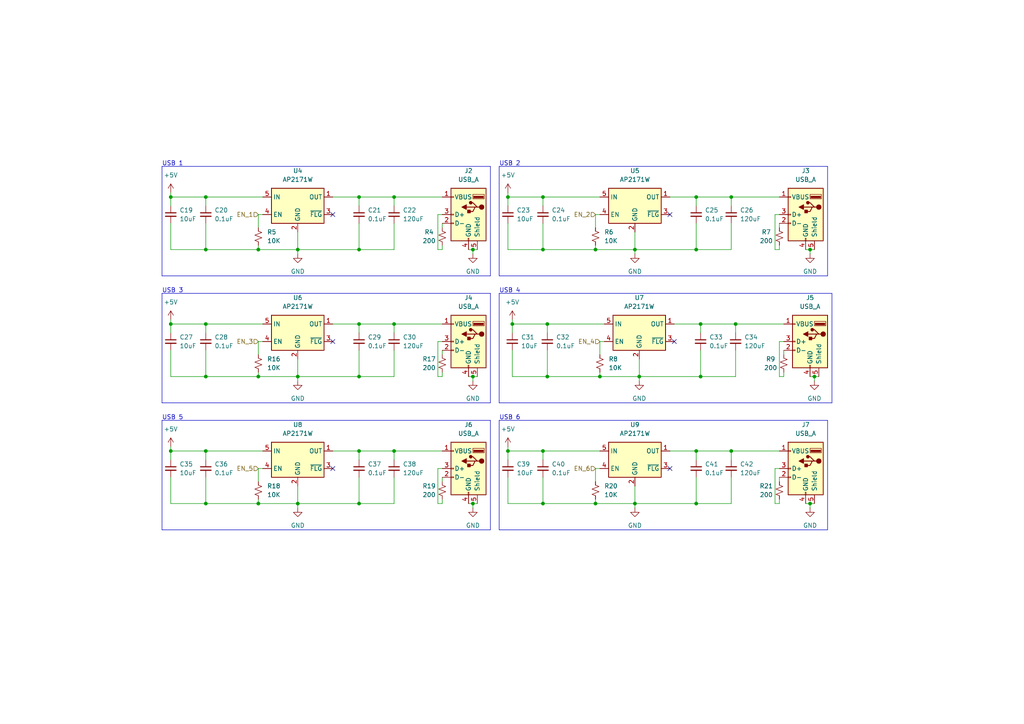
<source format=kicad_sch>
(kicad_sch (version 20230121) (generator eeschema)
  (paper "A4")
  (lib_symbols
    (symbol "Connector:USB_A" (pin_names (offset 1.016))
      (property "Reference" "J" (at -5.08 11.43 0))
      (property "Value" "USB_A" (at -5.08 8.89 0))
      (symbol "USB_A_0_1"
        (rectangle (start -5.08 -7.62) (end 5.08 7.62) (stroke (width 0.254)) (fill (type background)))
        (circle (center -3.81 2.159) (radius 0.635) (stroke (width 0.254)) (fill (type outline)))
        (rectangle (start -1.524 4.826) (end -4.318 5.334) (fill (type outline)))
        (rectangle (start -1.27 4.572) (end -4.572 5.842))
        (circle (center -0.635 3.429) (radius 0.381) (stroke (width 0.254)) (fill (type outline)))
        (rectangle (start -0.127 -7.62) (end 0.127 -6.858))
        (polyline (pts (xy -3.175 2.159) (xy -2.54 2.159) (xy -1.27 3.429) (xy -0.635 3.429)) (stroke (width 0.254)))
        (polyline (pts (xy -2.54 2.159) (xy -1.905 2.159) (xy -1.27 0.889) (xy 0 0.889)) (stroke (width 0.254)))
        (polyline (pts (xy 0.635 2.794) (xy 0.635 1.524) (xy 1.905 2.159) (xy 0.635 2.794)) (stroke (width 0.254)) (fill (type outline)))
        (rectangle (start 0.254 1.27) (end -0.508 0.508) (stroke (width 0.254)) (fill (type outline)))
        (rectangle (start 5.08 -2.667) (end 4.318 -2.413))
        (rectangle (start 5.08 -0.127) (end 4.318 0.127))
        (rectangle (start 5.08 4.953) (end 4.318 5.207))
      )
      (symbol "USB_A_1_1"
        (polyline (pts (xy -1.905 2.159) (xy 0.635 2.159)) (stroke (width 0.254)))
        (pin power_in line (at 7.62 5.08 180) (length 2.54) (name "VBUS") (number "1"))
        (pin bidirectional line (at 7.62 -2.54 180) (length 2.54) (name "D-") (number "2"))
        (pin bidirectional line (at 7.62 0 180) (length 2.54) (name "D+") (number "3"))
        (pin power_in line (at 0 -10.16 90) (length 2.54) (name "GND") (number "4"))
        (pin passive line (at -2.54 -10.16 90) (length 2.54) (name "Shield") (number "5"))
      )
    )
    (symbol "Device:C_Small" (pin_numbers hide) (pin_names (offset 0.254) hide)
      (property "Reference" "C" (at 0.254 1.778 0))
      (property "Value" "C_Small" (at 0.254 -2.032 0))
      (symbol "C_Small_0_1"
        (polyline (pts (xy -1.524 -0.508) (xy 1.524 -0.508)) (stroke (width 0.3302)))
        (polyline (pts (xy -1.524 0.508) (xy 1.524 0.508)) (stroke (width 0.3048)))
      )
      (symbol "C_Small_1_1"
        (pin passive line (at 0 2.54 270) (length 2.032) (name "~") (number "1"))
        (pin passive line (at 0 -2.54 90) (length 2.032) (name "~") (number "2"))
      )
    )
    (symbol "Device:R_Small_US" (pin_numbers hide) (pin_names (offset 0.254) hide)
      (property "Reference" "R" (at 0.762 0.508 0))
      (property "Value" "R_Small_US" (at 0.762 -1.016 0))
      (symbol "R_Small_US_1_1"
        (polyline (pts (xy 0 0) (xy 1.016 -0.381) (xy 0 -0.762) (xy -1.016 -1.143) (xy 0 -1.524)))
        (polyline (pts (xy 0 1.524) (xy 1.016 1.143) (xy 0 0.762) (xy -1.016 0.381) (xy 0 0)))
        (pin passive line (at 0 2.54 270) (length 1.016) (name "~") (number "1"))
        (pin passive line (at 0 -2.54 90) (length 1.016) (name "~") (number "2"))
      )
    )
    (symbol "Power_Management:AP2171W"
      (property "Reference" "U" (at -7.62 -6.35 0))
      (property "Value" "AP2171W" (at -7.62 6.35 0))
      (symbol "AP2171W_0_1"
        (rectangle (start -7.62 5.08) (end 7.62 -5.08) (stroke (width 0.254)) (fill (type background)))
      )
      (symbol "AP2171W_1_1"
        (pin power_out line (at 10.16 2.54 180) (length 2.54) (name "OUT") (number "1"))
        (pin power_in line (at 0 -7.62 90) (length 2.54) (name "GND") (number "2"))
        (pin open_collector line (at 10.16 -2.54 180) (length 2.54) (name "~{FLG}") (number "3"))
        (pin input line (at -10.16 -2.54 0) (length 2.54) (name "EN") (number "4"))
        (pin power_in line (at -10.16 2.54 0) (length 2.54) (name "IN") (number "5"))
      )
    )
    (symbol "power:+5V" (power) (pin_names (offset 0))
      (property "Value" "+5V" (at 0 3.556 0))
      (symbol "+5V_0_1"
        (polyline (pts (xy -0.762 1.27) (xy 0 2.54)))
        (polyline (pts (xy 0 0) (xy 0 2.54)))
        (polyline (pts (xy 0 2.54) (xy 0.762 1.27)))
      )
      (symbol "+5V_1_1"
        (pin power_in line (at 0 0 90) (length 0) hide (name "+5V") (number "1"))
      )
    )
    (symbol "power:GND" (power) (pin_names (offset 0))
      (property "Value" "GND" (at 0 -3.81 0))
      (symbol "GND_0_1"
        (polyline (pts (xy 0 0) (xy 0 -1.27) (xy 1.27 -1.27) (xy 0 -2.54) (xy -1.27 -1.27) (xy 0 -1.27)))
      )
      (symbol "GND_1_1"
        (pin power_in line (at 0 0 270) (length 0) hide (name "GND") (number "1"))
      )
    )
  )
  (junction (at 104.14 146.05))
  (junction (at 157.48 57.15))
  (junction (at 234.95 72.39))
  (junction (at 74.93 72.39))
  (junction (at 201.93 130.81))
  (junction (at 59.69 93.98))
  (junction (at 104.14 93.98))
  (junction (at 172.72 72.39))
  (junction (at 148.59 93.98))
  (junction (at 147.32 130.81))
  (junction (at 59.69 57.15))
  (junction (at 157.48 146.05))
  (junction (at 137.16 72.39))
  (junction (at 86.36 109.22))
  (junction (at 203.2 109.22))
  (junction (at 59.69 72.39))
  (junction (at 104.14 57.15))
  (junction (at 158.75 109.22))
  (junction (at 201.93 57.15))
  (junction (at 114.3 57.15))
  (junction (at 234.95 146.05))
  (junction (at 59.69 109.22))
  (junction (at 212.09 130.81))
  (junction (at 114.3 130.81))
  (junction (at 49.53 130.81))
  (junction (at 74.93 109.22))
  (junction (at 104.14 109.22))
  (junction (at 184.15 146.05))
  (junction (at 104.14 130.81))
  (junction (at 172.72 146.05))
  (junction (at 59.69 146.05))
  (junction (at 185.42 109.22))
  (junction (at 203.2 93.98))
  (junction (at 213.36 93.98))
  (junction (at 236.22 109.22))
  (junction (at 212.09 57.15))
  (junction (at 137.16 109.22))
  (junction (at 201.93 146.05))
  (junction (at 158.75 93.98))
  (junction (at 157.48 130.81))
  (junction (at 86.36 146.05))
  (junction (at 137.16 146.05))
  (junction (at 157.48 72.39))
  (junction (at 184.15 72.39))
  (junction (at 59.69 130.81))
  (junction (at 74.93 146.05))
  (junction (at 104.14 72.39))
  (junction (at 49.53 57.15))
  (junction (at 173.99 109.22))
  (junction (at 147.32 57.15))
  (junction (at 86.36 72.39))
  (junction (at 114.3 93.98))
  (junction (at 201.93 72.39))
  (junction (at 49.53 93.98))
  (no_connect (at 194.31 62.23))
  (no_connect (at 195.58 99.06))
  (no_connect (at 96.52 135.89))
  (no_connect (at 194.31 135.89))
  (no_connect (at 96.52 62.23))
  (no_connect (at 96.52 99.06))
  (polyline (pts (xy 144.78 85.09) (xy 186.69 85.09)))
  (wire (pts (xy 185.42 104.14) (xy 185.42 109.22)))
  (wire (pts (xy 104.14 109.22) (xy 114.3 109.22)))
  (wire (pts (xy 59.69 138.43) (xy 59.69 146.05)))
  (wire (pts (xy 227.33 109.22) (xy 227.33 107.95)))
  (wire (pts (xy 114.3 101.6) (xy 114.3 109.22)))
  (wire (pts (xy 104.14 138.43) (xy 104.14 146.05)))
  (polyline (pts (xy 144.78 121.92) (xy 144.78 153.67)))
  (wire (pts (xy 201.93 133.35) (xy 201.93 130.81)))
  (wire (pts (xy 234.95 109.22) (xy 236.22 109.22)))
  (wire (pts (xy 147.32 64.77) (xy 147.32 72.39)))
  (wire (pts (xy 201.93 59.69) (xy 201.93 57.15)))
  (wire (pts (xy 203.2 96.52) (xy 203.2 93.98)))
  (wire (pts (xy 226.06 72.39) (xy 226.06 71.12)))
  (polyline (pts (xy 46.99 48.26) (xy 142.24 48.26)))
  (wire (pts (xy 226.06 146.05) (xy 226.06 144.78)))
  (wire (pts (xy 128.27 72.39) (xy 128.27 71.12)))
  (wire (pts (xy 114.3 57.15) (xy 128.27 57.15)))
  (wire (pts (xy 158.75 96.52) (xy 158.75 93.98)))
  (wire (pts (xy 224.79 135.89) (xy 226.06 135.89)))
  (wire (pts (xy 49.53 133.35) (xy 49.53 130.81)))
  (wire (pts (xy 173.99 109.22) (xy 185.42 109.22)))
  (wire (pts (xy 104.14 146.05) (xy 114.3 146.05)))
  (wire (pts (xy 96.52 93.98) (xy 104.14 93.98)))
  (wire (pts (xy 135.89 72.39) (xy 137.16 72.39)))
  (wire (pts (xy 127 62.23) (xy 128.27 62.23)))
  (wire (pts (xy 49.53 92.71) (xy 49.53 93.98)))
  (wire (pts (xy 194.31 57.15) (xy 201.93 57.15)))
  (wire (pts (xy 86.36 104.14) (xy 86.36 109.22)))
  (wire (pts (xy 128.27 138.43) (xy 128.27 139.7)))
  (wire (pts (xy 59.69 59.69) (xy 59.69 57.15)))
  (wire (pts (xy 236.22 109.22) (xy 237.49 109.22)))
  (wire (pts (xy 233.68 146.05) (xy 234.95 146.05)))
  (wire (pts (xy 173.99 99.06) (xy 175.26 99.06)))
  (wire (pts (xy 148.59 101.6) (xy 148.59 109.22)))
  (wire (pts (xy 128.27 146.05) (xy 128.27 144.78)))
  (polyline (pts (xy 142.24 153.67) (xy 46.99 153.67)))
  (wire (pts (xy 59.69 64.77) (xy 59.69 72.39)))
  (wire (pts (xy 172.72 72.39) (xy 184.15 72.39)))
  (wire (pts (xy 114.3 59.69) (xy 114.3 57.15)))
  (wire (pts (xy 135.89 109.22) (xy 137.16 109.22)))
  (wire (pts (xy 157.48 57.15) (xy 173.99 57.15)))
  (wire (pts (xy 172.72 135.89) (xy 172.72 139.7)))
  (polyline (pts (xy 142.24 116.84) (xy 46.99 116.84)))
  (wire (pts (xy 203.2 109.22) (xy 185.42 109.22)))
  (wire (pts (xy 227.33 109.22) (xy 226.06 109.22)))
  (wire (pts (xy 104.14 72.39) (xy 86.36 72.39)))
  (wire (pts (xy 104.14 146.05) (xy 86.36 146.05)))
  (wire (pts (xy 49.53 55.88) (xy 49.53 57.15)))
  (wire (pts (xy 74.93 135.89) (xy 74.93 139.7)))
  (wire (pts (xy 114.3 93.98) (xy 128.27 93.98)))
  (wire (pts (xy 128.27 64.77) (xy 128.27 66.04)))
  (wire (pts (xy 74.93 107.95) (xy 74.93 109.22)))
  (wire (pts (xy 49.53 130.81) (xy 59.69 130.81)))
  (wire (pts (xy 104.14 72.39) (xy 114.3 72.39)))
  (wire (pts (xy 236.22 109.22) (xy 236.22 110.49)))
  (wire (pts (xy 226.06 99.06) (xy 227.33 99.06)))
  (polyline (pts (xy 46.99 85.09) (xy 142.24 85.09)))
  (wire (pts (xy 195.58 93.98) (xy 203.2 93.98)))
  (wire (pts (xy 49.53 129.54) (xy 49.53 130.81)))
  (wire (pts (xy 201.93 146.05) (xy 184.15 146.05)))
  (wire (pts (xy 147.32 133.35) (xy 147.32 130.81)))
  (wire (pts (xy 104.14 96.52) (xy 104.14 93.98)))
  (polyline (pts (xy 240.03 80.01) (xy 144.78 80.01)))
  (wire (pts (xy 59.69 72.39) (xy 74.93 72.39)))
  (wire (pts (xy 96.52 130.81) (xy 104.14 130.81)))
  (wire (pts (xy 59.69 101.6) (xy 59.69 109.22)))
  (wire (pts (xy 234.95 146.05) (xy 234.95 147.32)))
  (wire (pts (xy 49.53 64.77) (xy 49.53 72.39)))
  (wire (pts (xy 128.27 146.05) (xy 127 146.05)))
  (wire (pts (xy 234.95 146.05) (xy 236.22 146.05)))
  (wire (pts (xy 104.14 133.35) (xy 104.14 130.81)))
  (wire (pts (xy 158.75 101.6) (xy 158.75 109.22)))
  (wire (pts (xy 49.53 109.22) (xy 59.69 109.22)))
  (wire (pts (xy 127 146.05) (xy 127 135.89)))
  (wire (pts (xy 59.69 57.15) (xy 76.2 57.15)))
  (wire (pts (xy 201.93 57.15) (xy 212.09 57.15)))
  (wire (pts (xy 157.48 133.35) (xy 157.48 130.81)))
  (wire (pts (xy 137.16 146.05) (xy 137.16 147.32)))
  (wire (pts (xy 148.59 96.52) (xy 148.59 93.98)))
  (wire (pts (xy 201.93 72.39) (xy 212.09 72.39)))
  (wire (pts (xy 157.48 130.81) (xy 173.99 130.81)))
  (polyline (pts (xy 142.24 121.92) (xy 142.24 153.67)))
  (wire (pts (xy 74.93 99.06) (xy 76.2 99.06)))
  (wire (pts (xy 226.06 72.39) (xy 224.79 72.39)))
  (wire (pts (xy 224.79 146.05) (xy 224.79 135.89)))
  (wire (pts (xy 226.06 138.43) (xy 226.06 139.7)))
  (wire (pts (xy 212.09 57.15) (xy 226.06 57.15)))
  (wire (pts (xy 172.72 62.23) (xy 172.72 66.04)))
  (wire (pts (xy 173.99 99.06) (xy 173.99 102.87)))
  (wire (pts (xy 233.68 72.39) (xy 234.95 72.39)))
  (wire (pts (xy 147.32 146.05) (xy 157.48 146.05)))
  (wire (pts (xy 147.32 55.88) (xy 147.32 57.15)))
  (wire (pts (xy 104.14 130.81) (xy 114.3 130.81)))
  (wire (pts (xy 74.93 72.39) (xy 86.36 72.39)))
  (wire (pts (xy 59.69 133.35) (xy 59.69 130.81)))
  (wire (pts (xy 49.53 59.69) (xy 49.53 57.15)))
  (wire (pts (xy 114.3 64.77) (xy 114.3 72.39)))
  (wire (pts (xy 147.32 138.43) (xy 147.32 146.05)))
  (wire (pts (xy 184.15 147.32) (xy 184.15 146.05)))
  (wire (pts (xy 147.32 129.54) (xy 147.32 130.81)))
  (wire (pts (xy 201.93 130.81) (xy 212.09 130.81)))
  (wire (pts (xy 59.69 109.22) (xy 74.93 109.22)))
  (wire (pts (xy 137.16 146.05) (xy 138.43 146.05)))
  (wire (pts (xy 184.15 73.66) (xy 184.15 72.39)))
  (wire (pts (xy 226.06 109.22) (xy 226.06 99.06)))
  (wire (pts (xy 96.52 57.15) (xy 104.14 57.15)))
  (wire (pts (xy 74.93 71.12) (xy 74.93 72.39)))
  (wire (pts (xy 86.36 67.31) (xy 86.36 72.39)))
  (wire (pts (xy 227.33 101.6) (xy 227.33 102.87)))
  (wire (pts (xy 135.89 146.05) (xy 137.16 146.05)))
  (wire (pts (xy 147.32 57.15) (xy 157.48 57.15)))
  (wire (pts (xy 74.93 62.23) (xy 74.93 66.04)))
  (polyline (pts (xy 142.24 85.09) (xy 142.24 116.84)))
  (wire (pts (xy 172.72 62.23) (xy 173.99 62.23)))
  (wire (pts (xy 184.15 140.97) (xy 184.15 146.05)))
  (polyline (pts (xy 46.99 48.26) (xy 46.99 80.01)))
  (wire (pts (xy 74.93 146.05) (xy 86.36 146.05)))
  (wire (pts (xy 157.48 59.69) (xy 157.48 57.15)))
  (wire (pts (xy 157.48 64.77) (xy 157.48 72.39)))
  (wire (pts (xy 137.16 72.39) (xy 138.43 72.39)))
  (wire (pts (xy 49.53 93.98) (xy 59.69 93.98)))
  (wire (pts (xy 224.79 62.23) (xy 226.06 62.23)))
  (wire (pts (xy 172.72 144.78) (xy 172.72 146.05)))
  (wire (pts (xy 201.93 64.77) (xy 201.93 72.39)))
  (wire (pts (xy 157.48 146.05) (xy 172.72 146.05)))
  (polyline (pts (xy 240.03 48.26) (xy 240.03 80.01)))
  (wire (pts (xy 49.53 146.05) (xy 59.69 146.05)))
  (wire (pts (xy 104.14 93.98) (xy 114.3 93.98)))
  (wire (pts (xy 212.09 59.69) (xy 212.09 57.15)))
  (wire (pts (xy 104.14 57.15) (xy 114.3 57.15)))
  (wire (pts (xy 104.14 101.6) (xy 104.14 109.22)))
  (wire (pts (xy 147.32 130.81) (xy 157.48 130.81)))
  (polyline (pts (xy 241.3 85.09) (xy 241.3 116.84)))
  (wire (pts (xy 59.69 130.81) (xy 76.2 130.81)))
  (wire (pts (xy 49.53 72.39) (xy 59.69 72.39)))
  (wire (pts (xy 137.16 109.22) (xy 137.16 110.49)))
  (polyline (pts (xy 46.99 121.92) (xy 46.99 153.67)))
  (wire (pts (xy 148.59 93.98) (xy 158.75 93.98)))
  (wire (pts (xy 212.09 130.81) (xy 226.06 130.81)))
  (wire (pts (xy 127 135.89) (xy 128.27 135.89)))
  (wire (pts (xy 224.79 72.39) (xy 224.79 62.23)))
  (polyline (pts (xy 144.78 48.26) (xy 144.78 80.01)))
  (wire (pts (xy 234.95 72.39) (xy 236.22 72.39)))
  (wire (pts (xy 86.36 147.32) (xy 86.36 146.05)))
  (polyline (pts (xy 240.03 153.67) (xy 144.78 153.67)))
  (wire (pts (xy 127 99.06) (xy 128.27 99.06)))
  (wire (pts (xy 213.36 96.52) (xy 213.36 93.98)))
  (wire (pts (xy 74.93 109.22) (xy 86.36 109.22)))
  (wire (pts (xy 59.69 96.52) (xy 59.69 93.98)))
  (polyline (pts (xy 142.24 48.26) (xy 142.24 80.01)))
  (wire (pts (xy 226.06 64.77) (xy 226.06 66.04)))
  (wire (pts (xy 172.72 146.05) (xy 184.15 146.05)))
  (wire (pts (xy 201.93 138.43) (xy 201.93 146.05)))
  (wire (pts (xy 86.36 140.97) (xy 86.36 146.05)))
  (wire (pts (xy 128.27 109.22) (xy 128.27 107.95)))
  (wire (pts (xy 203.2 101.6) (xy 203.2 109.22)))
  (wire (pts (xy 212.09 138.43) (xy 212.09 146.05)))
  (wire (pts (xy 59.69 146.05) (xy 74.93 146.05)))
  (wire (pts (xy 201.93 146.05) (xy 212.09 146.05)))
  (wire (pts (xy 137.16 109.22) (xy 138.43 109.22)))
  (wire (pts (xy 148.59 92.71) (xy 148.59 93.98)))
  (wire (pts (xy 201.93 72.39) (xy 184.15 72.39)))
  (wire (pts (xy 147.32 59.69) (xy 147.32 57.15)))
  (wire (pts (xy 74.93 62.23) (xy 76.2 62.23)))
  (wire (pts (xy 213.36 101.6) (xy 213.36 109.22)))
  (wire (pts (xy 74.93 99.06) (xy 74.93 102.87)))
  (wire (pts (xy 157.48 138.43) (xy 157.48 146.05)))
  (wire (pts (xy 158.75 93.98) (xy 175.26 93.98)))
  (wire (pts (xy 173.99 107.95) (xy 173.99 109.22)))
  (wire (pts (xy 147.32 72.39) (xy 157.48 72.39)))
  (wire (pts (xy 114.3 96.52) (xy 114.3 93.98)))
  (wire (pts (xy 128.27 109.22) (xy 127 109.22)))
  (polyline (pts (xy 144.78 48.26) (xy 240.03 48.26)))
  (wire (pts (xy 234.95 72.39) (xy 234.95 73.66)))
  (wire (pts (xy 74.93 135.89) (xy 76.2 135.89)))
  (wire (pts (xy 203.2 109.22) (xy 213.36 109.22)))
  (wire (pts (xy 49.53 57.15) (xy 59.69 57.15)))
  (wire (pts (xy 148.59 109.22) (xy 158.75 109.22)))
  (polyline (pts (xy 240.03 121.92) (xy 240.03 153.67)))
  (wire (pts (xy 86.36 110.49) (xy 86.36 109.22)))
  (wire (pts (xy 226.06 146.05) (xy 224.79 146.05)))
  (polyline (pts (xy 241.3 116.84) (xy 144.78 116.84)))
  (wire (pts (xy 104.14 109.22) (xy 86.36 109.22)))
  (wire (pts (xy 114.3 138.43) (xy 114.3 146.05)))
  (wire (pts (xy 172.72 71.12) (xy 172.72 72.39)))
  (wire (pts (xy 194.31 130.81) (xy 201.93 130.81)))
  (wire (pts (xy 74.93 144.78) (xy 74.93 146.05)))
  (wire (pts (xy 104.14 64.77) (xy 104.14 72.39)))
  (wire (pts (xy 128.27 72.39) (xy 127 72.39)))
  (wire (pts (xy 203.2 93.98) (xy 213.36 93.98)))
  (polyline (pts (xy 144.78 121.92) (xy 240.03 121.92)))
  (wire (pts (xy 185.42 110.49) (xy 185.42 109.22)))
  (wire (pts (xy 127 109.22) (xy 127 99.06)))
  (polyline (pts (xy 186.69 85.09) (xy 241.3 85.09)))
  (wire (pts (xy 49.53 101.6) (xy 49.53 109.22)))
  (wire (pts (xy 158.75 109.22) (xy 173.99 109.22)))
  (wire (pts (xy 114.3 133.35) (xy 114.3 130.81)))
  (wire (pts (xy 49.53 96.52) (xy 49.53 93.98)))
  (wire (pts (xy 114.3 130.81) (xy 128.27 130.81)))
  (wire (pts (xy 212.09 133.35) (xy 212.09 130.81)))
  (wire (pts (xy 137.16 72.39) (xy 137.16 73.66)))
  (wire (pts (xy 184.15 67.31) (xy 184.15 72.39)))
  (polyline (pts (xy 46.99 85.09) (xy 46.99 116.84)))
  (wire (pts (xy 86.36 73.66) (xy 86.36 72.39)))
  (wire (pts (xy 59.69 93.98) (xy 76.2 93.98)))
  (wire (pts (xy 172.72 135.89) (xy 173.99 135.89)))
  (wire (pts (xy 212.09 64.77) (xy 212.09 72.39)))
  (wire (pts (xy 128.27 101.6) (xy 128.27 102.87)))
  (wire (pts (xy 104.14 59.69) (xy 104.14 57.15)))
  (polyline (pts (xy 144.78 85.09) (xy 144.78 116.84)))
  (polyline (pts (xy 142.24 80.01) (xy 46.99 80.01)))
  (wire (pts (xy 127 72.39) (xy 127 62.23)))
  (wire (pts (xy 157.48 72.39) (xy 172.72 72.39)))
  (wire (pts (xy 213.36 93.98) (xy 227.33 93.98)))
  (wire (pts (xy 49.53 138.43) (xy 49.53 146.05)))
  (polyline (pts (xy 46.99 121.92) (xy 142.24 121.92)))
  (text "USB 3" (at 46.99 85.09 0) (effects (font (size 1.27 1.27)) (justify left bottom)))
  (text "USB 4" (at 144.78 85.09 0) (effects (font (size 1.27 1.27)) (justify left bottom)))
  (text "USB 1" (at 46.99 48.26 0) (effects (font (size 1.27 1.27)) (justify left bottom)))
  (text "USB 6" (at 144.78 121.92 0) (effects (font (size 1.27 1.27)) (justify left bottom)))
  (text "USB 5" (at 46.99 121.92 0) (effects (font (size 1.27 1.27)) (justify left bottom)))
  (text "USB 2" (at 144.78 48.26 0) (effects (font (size 1.27 1.27)) (justify left bottom)))
  (hierarchical_label "EN_1" (shape input) (at 74.93 62.23 180))
  (hierarchical_label "EN_6" (shape input) (at 172.72 135.89 180))
  (hierarchical_label "EN_3" (shape input) (at 74.93 99.06 180))
  (hierarchical_label "EN_5" (shape input) (at 74.93 135.89 180))
  (hierarchical_label "EN_4" (shape input) (at 173.99 99.06 180))
  (hierarchical_label "EN_2" (shape input) (at 172.72 62.23 180))
  (symbol (lib_id "power:GND") (at 184.15 73.66 0) (unit 1)
    (property "Reference" "#PWR020" (effects hide))
    (property "Value" "GND" (at 184.15 78.74 0))
  )
  (symbol (lib_id "Device:C_Small") (at 157.48 62.23 0) (unit 1)
    (property "Reference" "C24" (at 160.02 60.9663 0) (effects (justify left)))
    (property "Value" "0.1uF" (at 160.02 63.5063 0) (effects (justify left)))
  )
  (symbol (lib_id "Device:C_Small") (at 147.32 135.89 0) (unit 1)
    (property "Reference" "C39" (at 149.86 134.6263 0) (effects (justify left)))
    (property "Value" "10uF" (at 149.86 137.1663 0) (effects (justify left)))
  )
  (symbol (lib_id "power:GND") (at 137.16 73.66 0) (unit 1)
    (property "Reference" "#PWR035" (effects hide))
    (property "Value" "GND" (at 137.16 78.74 0))
  )
  (symbol (lib_id "Device:C_Small") (at 104.14 135.89 0) (unit 1)
    (property "Reference" "C37" (at 106.68 134.6263 0) (effects (justify left)))
    (property "Value" "0.1uF" (at 106.68 137.1663 0) (effects (justify left)))
  )
  (symbol (lib_id "Device:R_Small_US") (at 74.93 68.58 0) (unit 1)
    (property "Reference" "R5" (at 77.47 67.31 0) (effects (justify left)))
    (property "Value" "10K" (at 77.47 69.85 0) (effects (justify left)))
  )
  (symbol (lib_id "Device:C_Small") (at 114.3 62.23 0) (unit 1)
    (property "Reference" "C22" (at 116.84 60.9663 0) (effects (justify left)))
    (property "Value" "120uF" (at 116.84 63.5063 0) (effects (justify left)))
  )
  (symbol (lib_id "Device:C_Small") (at 203.2 99.06 0) (unit 1)
    (property "Reference" "C33" (at 205.74 97.7963 0) (effects (justify left)))
    (property "Value" "0.1uF" (at 205.74 100.3363 0) (effects (justify left)))
  )
  (symbol (lib_id "Device:C_Small") (at 49.53 135.89 0) (unit 1)
    (property "Reference" "C35" (at 52.07 134.6263 0) (effects (justify left)))
    (property "Value" "10uF" (at 52.07 137.1663 0) (effects (justify left)))
  )
  (symbol (lib_id "Device:C_Small") (at 213.36 99.06 0) (unit 1)
    (property "Reference" "C34" (at 215.9 97.7963 0) (effects (justify left)))
    (property "Value" "120uF" (at 215.9 100.3363 0) (effects (justify left)))
  )
  (symbol (lib_id "Connector:USB_A") (at 135.89 135.89 0) (mirror y) (unit 1)
    (property "Reference" "J6" (at 135.89 123.19 0))
    (property "Value" "USB_A" (at 135.89 125.73 0))
    (property "Footprint" "Connector_USB:USB_A_Molex_67643_Horizontal" (effects hide))
    (property "Datasheet" " ~" (effects hide))
  )
  (symbol (lib_id "Device:C_Small") (at 59.69 135.89 0) (unit 1)
    (property "Reference" "C36" (at 62.23 134.6263 0) (effects (justify left)))
    (property "Value" "0.1uF" (at 62.23 137.1663 0) (effects (justify left)))
  )
  (symbol (lib_id "Connector:USB_A") (at 135.89 99.06 0) (mirror y) (unit 1)
    (property "Reference" "J4" (at 135.89 86.36 0))
    (property "Value" "USB_A" (at 135.89 88.9 0))
    (property "Footprint" "Connector_USB:USB_A_Molex_67643_Horizontal" (effects hide))
    (property "Datasheet" " ~" (effects hide))
  )
  (symbol (lib_id "power:GND") (at 86.36 110.49 0) (unit 1)
    (property "Reference" "#PWR038" (effects hide))
    (property "Value" "GND" (at 86.36 115.57 0))
  )
  (symbol (lib_id "Device:R_Small_US") (at 172.72 68.58 0) (unit 1)
    (property "Reference" "R6" (at 175.26 67.31 0) (effects (justify left)))
    (property "Value" "10K" (at 175.26 69.85 0) (effects (justify left)))
  )
  (symbol (lib_id "Power_Management:AP2171W") (at 86.36 96.52 0) (unit 1)
    (property "Reference" "U6" (at 86.36 86.36 0))
    (property "Value" "AP2171W" (at 86.36 88.9 0))
    (property "Footprint" "Package_TO_SOT_SMD:SOT-23-5" (effects hide))
    (property "Datasheet" "https://www.diodes.com/assets/Datasheets/AP2161.pdf" (effects hide))
  )
  (symbol (lib_id "power:GND") (at 234.95 73.66 0) (unit 1)
    (property "Reference" "#PWR036" (effects hide))
    (property "Value" "GND" (at 234.95 78.74 0))
  )
  (symbol (lib_id "power:GND") (at 236.22 110.49 0) (unit 1)
    (property "Reference" "#PWR040" (effects hide))
    (property "Value" "GND" (at 236.22 115.57 0))
  )
  (symbol (lib_id "Device:C_Small") (at 201.93 135.89 0) (unit 1)
    (property "Reference" "C41" (at 204.47 134.6263 0) (effects (justify left)))
    (property "Value" "0.1uF" (at 204.47 137.1663 0) (effects (justify left)))
  )
  (symbol (lib_id "power:+5V") (at 49.53 129.54 0) (unit 1)
    (property "Reference" "#PWR041" (effects hide))
    (property "Value" "+5V" (at 49.53 124.46 0))
  )
  (symbol (lib_id "power:+5V") (at 49.53 55.88 0) (unit 1)
    (property "Reference" "#PWR018" (effects hide))
    (property "Value" "+5V" (at 49.53 50.8 0))
  )
  (symbol (lib_id "power:+5V") (at 49.53 92.71 0) (unit 1)
    (property "Reference" "#PWR037" (effects hide))
    (property "Value" "+5V" (at 49.53 87.63 0))
  )
  (symbol (lib_id "Power_Management:AP2171W") (at 86.36 59.69 0) (unit 1)
    (property "Reference" "U4" (at 86.36 49.53 0))
    (property "Value" "AP2171W" (at 86.36 52.07 0))
    (property "Footprint" "Package_TO_SOT_SMD:SOT-23-5" (effects hide))
    (property "Datasheet" "https://www.diodes.com/assets/Datasheets/AP2161.pdf" (effects hide))
  )
  (symbol (lib_id "Connector:USB_A") (at 233.68 135.89 0) (mirror y) (unit 1)
    (property "Reference" "J7" (at 233.68 123.19 0))
    (property "Value" "USB_A" (at 233.68 125.73 0))
    (property "Footprint" "Connector_USB:USB_A_Molex_67643_Horizontal" (effects hide))
    (property "Datasheet" " ~" (effects hide))
  )
  (symbol (lib_id "Device:C_Small") (at 59.69 99.06 0) (unit 1)
    (property "Reference" "C28" (at 62.23 97.7963 0) (effects (justify left)))
    (property "Value" "0.1uF" (at 62.23 100.3363 0) (effects (justify left)))
  )
  (symbol (lib_id "Device:C_Small") (at 114.3 135.89 0) (unit 1)
    (property "Reference" "C38" (at 116.84 134.6263 0) (effects (justify left)))
    (property "Value" "120uF" (at 116.84 137.1663 0) (effects (justify left)))
  )
  (symbol (lib_id "Device:R_Small_US") (at 128.27 105.41 180) (unit 1)
    (property "Reference" "R17" (at 124.46 104.14 0))
    (property "Value" "200" (at 124.46 106.68 0))
  )
  (symbol (lib_id "power:+5V") (at 148.59 92.71 0) (unit 1)
    (property "Reference" "#PWR021" (effects hide))
    (property "Value" "+5V" (at 148.59 87.63 0))
  )
  (symbol (lib_id "power:GND") (at 137.16 147.32 0) (unit 1)
    (property "Reference" "#PWR043" (effects hide))
    (property "Value" "GND" (at 137.16 152.4 0))
  )
  (symbol (lib_id "Device:R_Small_US") (at 226.06 142.24 180) (unit 1)
    (property "Reference" "R21" (at 222.25 140.97 0))
    (property "Value" "200" (at 222.25 143.51 0))
  )
  (symbol (lib_id "power:GND") (at 86.36 73.66 0) (unit 1)
    (property "Reference" "#PWR017" (effects hide))
    (property "Value" "GND" (at 86.36 78.74 0))
  )
  (symbol (lib_id "power:GND") (at 234.95 147.32 0) (unit 1)
    (property "Reference" "#PWR046" (effects hide))
    (property "Value" "GND" (at 234.95 152.4 0))
  )
  (symbol (lib_id "power:+5V") (at 147.32 129.54 0) (unit 1)
    (property "Reference" "#PWR044" (effects hide))
    (property "Value" "+5V" (at 147.32 124.46 0))
  )
  (symbol (lib_id "power:GND") (at 137.16 110.49 0) (unit 1)
    (property "Reference" "#PWR039" (effects hide))
    (property "Value" "GND" (at 137.16 115.57 0))
  )
  (symbol (lib_id "Device:R_Small_US") (at 128.27 68.58 180) (unit 1)
    (property "Reference" "R4" (at 124.46 67.31 0))
    (property "Value" "200" (at 124.46 69.85 0))
  )
  (symbol (lib_id "Device:R_Small_US") (at 128.27 142.24 180) (unit 1)
    (property "Reference" "R19" (at 124.46 140.97 0))
    (property "Value" "200" (at 124.46 143.51 0))
  )
  (symbol (lib_id "Device:C_Small") (at 114.3 99.06 0) (unit 1)
    (property "Reference" "C30" (at 116.84 97.7963 0) (effects (justify left)))
    (property "Value" "120uF" (at 116.84 100.3363 0) (effects (justify left)))
  )
  (symbol (lib_id "Connector:USB_A") (at 135.89 62.23 0) (mirror y) (unit 1)
    (property "Reference" "J2" (at 135.89 49.53 0))
    (property "Value" "USB_A" (at 135.89 52.07 0))
    (property "Footprint" "Connector_USB:USB_A_Molex_67643_Horizontal" (effects hide))
    (property "Datasheet" " ~" (effects hide))
  )
  (symbol (lib_id "Device:C_Small") (at 212.09 135.89 0) (unit 1)
    (property "Reference" "C42" (at 214.63 134.6263 0) (effects (justify left)))
    (property "Value" "120uF" (at 214.63 137.1663 0) (effects (justify left)))
  )
  (symbol (lib_id "Device:R_Small_US") (at 172.72 142.24 0) (unit 1)
    (property "Reference" "R20" (at 175.26 140.97 0) (effects (justify left)))
    (property "Value" "10K" (at 175.26 143.51 0) (effects (justify left)))
  )
  (symbol (lib_id "Device:R_Small_US") (at 173.99 105.41 0) (unit 1)
    (property "Reference" "R8" (at 176.53 104.14 0) (effects (justify left)))
    (property "Value" "10K" (at 176.53 106.68 0) (effects (justify left)))
  )
  (symbol (lib_id "Power_Management:AP2171W") (at 86.36 133.35 0) (unit 1)
    (property "Reference" "U8" (at 86.36 123.19 0))
    (property "Value" "AP2171W" (at 86.36 125.73 0))
    (property "Footprint" "Package_TO_SOT_SMD:SOT-23-5" (effects hide))
    (property "Datasheet" "https://www.diodes.com/assets/Datasheets/AP2161.pdf" (effects hide))
  )
  (symbol (lib_id "Connector:USB_A") (at 233.68 62.23 0) (mirror y) (unit 1)
    (property "Reference" "J3" (at 233.68 49.53 0))
    (property "Value" "USB_A" (at 233.68 52.07 0))
    (property "Footprint" "Connector_USB:USB_A_Molex_67643_Horizontal" (effects hide))
    (property "Datasheet" " ~" (effects hide))
  )
  (symbol (lib_id "Device:C_Small") (at 104.14 62.23 0) (unit 1)
    (property "Reference" "C21" (at 106.68 60.9663 0) (effects (justify left)))
    (property "Value" "0.1uF" (at 106.68 63.5063 0) (effects (justify left)))
  )
  (symbol (lib_id "power:GND") (at 184.15 147.32 0) (unit 1)
    (property "Reference" "#PWR045" (effects hide))
    (property "Value" "GND" (at 184.15 152.4 0))
  )
  (symbol (lib_id "Device:R_Small_US") (at 74.93 105.41 0) (unit 1)
    (property "Reference" "R16" (at 77.47 104.14 0) (effects (justify left)))
    (property "Value" "10K" (at 77.47 106.68 0) (effects (justify left)))
  )
  (symbol (lib_id "Device:R_Small_US") (at 226.06 68.58 180) (unit 1)
    (property "Reference" "R7" (at 222.25 67.31 0))
    (property "Value" "200" (at 222.25 69.85 0))
  )
  (symbol (lib_id "Device:C_Small") (at 59.69 62.23 0) (unit 1)
    (property "Reference" "C20" (at 62.23 60.9663 0) (effects (justify left)))
    (property "Value" "0.1uF" (at 62.23 63.5063 0) (effects (justify left)))
  )
  (symbol (lib_id "Device:C_Small") (at 212.09 62.23 0) (unit 1)
    (property "Reference" "C26" (at 214.63 60.9663 0) (effects (justify left)))
    (property "Value" "120uF" (at 214.63 63.5063 0) (effects (justify left)))
  )
  (symbol (lib_id "Device:R_Small_US") (at 227.33 105.41 180) (unit 1)
    (property "Reference" "R9" (at 223.52 104.14 0))
    (property "Value" "200" (at 223.52 106.68 0))
  )
  (symbol (lib_id "Device:C_Small") (at 104.14 99.06 0) (unit 1)
    (property "Reference" "C29" (at 106.68 97.7963 0) (effects (justify left)))
    (property "Value" "0.1uF" (at 106.68 100.3363 0) (effects (justify left)))
  )
  (symbol (lib_id "Power_Management:AP2171W") (at 185.42 96.52 0) (unit 1)
    (property "Reference" "U7" (at 185.42 86.36 0))
    (property "Value" "AP2171W" (at 185.42 88.9 0))
    (property "Footprint" "Package_TO_SOT_SMD:SOT-23-5" (effects hide))
    (property "Datasheet" "https://www.diodes.com/assets/Datasheets/AP2161.pdf" (effects hide))
  )
  (symbol (lib_id "Connector:USB_A") (at 234.95 99.06 0) (mirror y) (unit 1)
    (property "Reference" "J5" (at 234.95 86.36 0))
    (property "Value" "USB_A" (at 234.95 88.9 0))
    (property "Footprint" "Connector_USB:USB_A_Molex_67643_Horizontal" (effects hide))
    (property "Datasheet" " ~" (effects hide))
  )
  (symbol (lib_id "power:GND") (at 86.36 147.32 0) (unit 1)
    (property "Reference" "#PWR042" (effects hide))
    (property "Value" "GND" (at 86.36 152.4 0))
  )
  (symbol (lib_id "Device:C_Small") (at 157.48 135.89 0) (unit 1)
    (property "Reference" "C40" (at 160.02 134.6263 0) (effects (justify left)))
    (property "Value" "0.1uF" (at 160.02 137.1663 0) (effects (justify left)))
  )
  (symbol (lib_id "Power_Management:AP2171W") (at 184.15 59.69 0) (unit 1)
    (property "Reference" "U5" (at 184.15 49.53 0))
    (property "Value" "AP2171W" (at 184.15 52.07 0))
    (property "Footprint" "Package_TO_SOT_SMD:SOT-23-5" (effects hide))
    (property "Datasheet" "https://www.diodes.com/assets/Datasheets/AP2161.pdf" (effects hide))
  )
  (symbol (lib_id "Power_Management:AP2171W") (at 184.15 133.35 0) (unit 1)
    (property "Reference" "U9" (at 184.15 123.19 0))
    (property "Value" "AP2171W" (at 184.15 125.73 0))
    (property "Footprint" "Package_TO_SOT_SMD:SOT-23-5" (effects hide))
    (property "Datasheet" "https://www.diodes.com/assets/Datasheets/AP2161.pdf" (effects hide))
  )
  (symbol (lib_id "Device:C_Small") (at 49.53 62.23 0) (unit 1)
    (property "Reference" "C19" (at 52.07 60.9663 0) (effects (justify left)))
    (property "Value" "10uF" (at 52.07 63.5063 0) (effects (justify left)))
  )
  (symbol (lib_id "Device:C_Small") (at 147.32 62.23 0) (unit 1)
    (property "Reference" "C23" (at 149.86 60.9663 0) (effects (justify left)))
    (property "Value" "10uF" (at 149.86 63.5063 0) (effects (justify left)))
  )
  (symbol (lib_id "Device:C_Small") (at 158.75 99.06 0) (unit 1)
    (property "Reference" "C32" (at 161.29 97.7963 0) (effects (justify left)))
    (property "Value" "0.1uF" (at 161.29 100.3363 0) (effects (justify left)))
  )
  (symbol (lib_id "Device:C_Small") (at 49.53 99.06 0) (unit 1)
    (property "Reference" "C27" (at 52.07 97.7963 0) (effects (justify left)))
    (property "Value" "10uF" (at 52.07 100.3363 0) (effects (justify left)))
  )
  (symbol (lib_id "power:GND") (at 185.42 110.49 0) (unit 1)
    (property "Reference" "#PWR022" (effects hide))
    (property "Value" "GND" (at 185.42 115.57 0))
  )
  (symbol (lib_id "power:+5V") (at 147.32 55.88 0) (unit 1)
    (property "Reference" "#PWR019" (effects hide))
    (property "Value" "+5V" (at 147.32 50.8 0))
  )
  (symbol (lib_id "Device:C_Small") (at 148.59 99.06 0) (unit 1)
    (property "Reference" "C31" (at 151.13 97.7963 0) (effects (justify left)))
    (property "Value" "10uF" (at 151.13 100.3363 0) (effects (justify left)))
  )
  (symbol (lib_id "Device:C_Small") (at 201.93 62.23 0) (unit 1)
    (property "Reference" "C25" (at 204.47 60.9663 0) (effects (justify left)))
    (property "Value" "0.1uF" (at 204.47 63.5063 0) (effects (justify left)))
  )
  (symbol (lib_id "Device:R_Small_US") (at 74.93 142.24 0) (unit 1)
    (property "Reference" "R18" (at 77.47 140.97 0) (effects (justify left)))
    (property "Value" "10K" (at 77.47 143.51 0) (effects (justify left)))
  )
)
</source>
